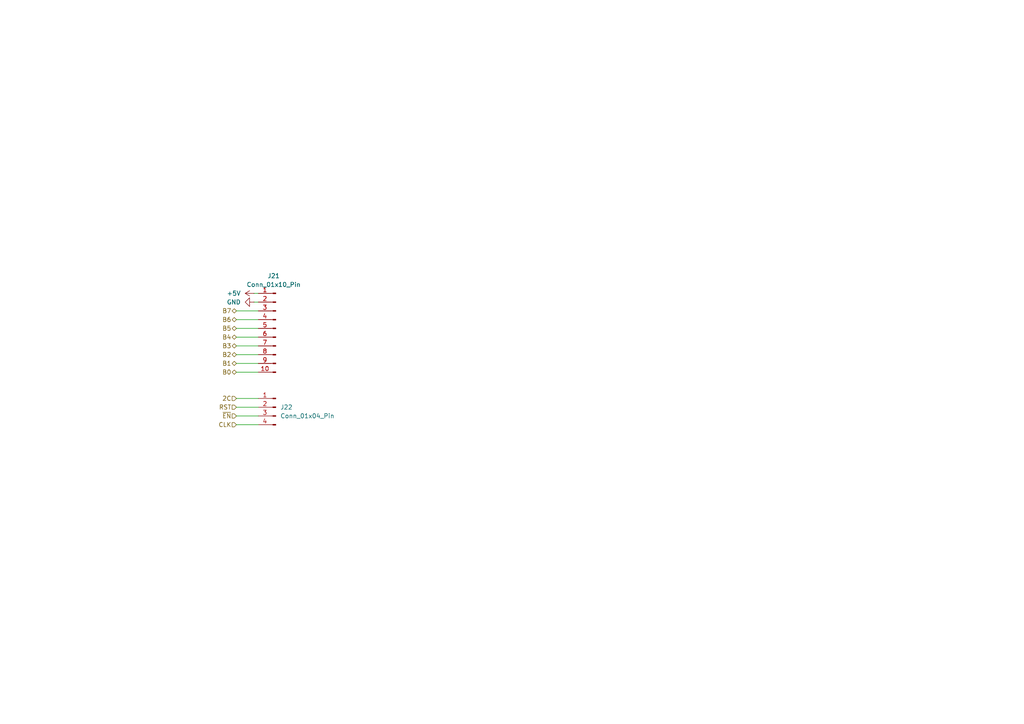
<source format=kicad_sch>
(kicad_sch (version 20231120) (generator "eeschema") (generator_version "8.0")
  (paper "A4")
  (lib_symbols
    (symbol "Connector:Conn_01x04_Pin" (pin_names (offset 1.016) hide)
      (property "Reference" "J" (at 0 5.08 0))
      (property "Value" "Conn_01x04_Pin" (at 0 -7.62 0))
      (symbol "Conn_01x04_Pin_1_1"
        (polyline (pts (xy 1.27 -5.08) (xy 0.8636 -5.08)) (stroke (width 0.1524)))
        (polyline (pts (xy 1.27 -2.54) (xy 0.8636 -2.54)) (stroke (width 0.1524)))
        (polyline (pts (xy 1.27 0) (xy 0.8636 0)) (stroke (width 0.1524)))
        (polyline (pts (xy 1.27 2.54) (xy 0.8636 2.54)) (stroke (width 0.1524)))
        (rectangle (start 0.8636 -4.953) (end 0 -5.207) (stroke (width 0.1524)) (fill (type outline)))
        (rectangle (start 0.8636 -2.413) (end 0 -2.667) (stroke (width 0.1524)) (fill (type outline)))
        (rectangle (start 0.8636 0.127) (end 0 -0.127) (stroke (width 0.1524)) (fill (type outline)))
        (rectangle (start 0.8636 2.667) (end 0 2.413) (stroke (width 0.1524)) (fill (type outline)))
        (pin passive line (at 5.08 2.54 180) (length 3.81) (name "Pin_1") (number "1"))
        (pin passive line (at 5.08 0 180) (length 3.81) (name "Pin_2") (number "2"))
        (pin passive line (at 5.08 -2.54 180) (length 3.81) (name "Pin_3") (number "3"))
        (pin passive line (at 5.08 -5.08 180) (length 3.81) (name "Pin_4") (number "4"))
      )
    )
    (symbol "Connector:Conn_01x10_Pin" (pin_names (offset 1.016) hide)
      (property "Reference" "J" (at 0 12.7 0))
      (property "Value" "Conn_01x10_Pin" (at 0 -15.24 0))
      (symbol "Conn_01x10_Pin_1_1"
        (polyline (pts (xy 1.27 -12.7) (xy 0.8636 -12.7)) (stroke (width 0.1524)))
        (polyline (pts (xy 1.27 -10.16) (xy 0.8636 -10.16)) (stroke (width 0.1524)))
        (polyline (pts (xy 1.27 -7.62) (xy 0.8636 -7.62)) (stroke (width 0.1524)))
        (polyline (pts (xy 1.27 -5.08) (xy 0.8636 -5.08)) (stroke (width 0.1524)))
        (polyline (pts (xy 1.27 -2.54) (xy 0.8636 -2.54)) (stroke (width 0.1524)))
        (polyline (pts (xy 1.27 0) (xy 0.8636 0)) (stroke (width 0.1524)))
        (polyline (pts (xy 1.27 2.54) (xy 0.8636 2.54)) (stroke (width 0.1524)))
        (polyline (pts (xy 1.27 5.08) (xy 0.8636 5.08)) (stroke (width 0.1524)))
        (polyline (pts (xy 1.27 7.62) (xy 0.8636 7.62)) (stroke (width 0.1524)))
        (polyline (pts (xy 1.27 10.16) (xy 0.8636 10.16)) (stroke (width 0.1524)))
        (rectangle (start 0.8636 -12.573) (end 0 -12.827) (stroke (width 0.1524)) (fill (type outline)))
        (rectangle (start 0.8636 -10.033) (end 0 -10.287) (stroke (width 0.1524)) (fill (type outline)))
        (rectangle (start 0.8636 -7.493) (end 0 -7.747) (stroke (width 0.1524)) (fill (type outline)))
        (rectangle (start 0.8636 -4.953) (end 0 -5.207) (stroke (width 0.1524)) (fill (type outline)))
        (rectangle (start 0.8636 -2.413) (end 0 -2.667) (stroke (width 0.1524)) (fill (type outline)))
        (rectangle (start 0.8636 0.127) (end 0 -0.127) (stroke (width 0.1524)) (fill (type outline)))
        (rectangle (start 0.8636 2.667) (end 0 2.413) (stroke (width 0.1524)) (fill (type outline)))
        (rectangle (start 0.8636 5.207) (end 0 4.953) (stroke (width 0.1524)) (fill (type outline)))
        (rectangle (start 0.8636 7.747) (end 0 7.493) (stroke (width 0.1524)) (fill (type outline)))
        (rectangle (start 0.8636 10.287) (end 0 10.033) (stroke (width 0.1524)) (fill (type outline)))
        (pin passive line (at 5.08 10.16 180) (length 3.81) (name "Pin_1") (number "1"))
        (pin passive line (at 5.08 -12.7 180) (length 3.81) (name "Pin_10") (number "10"))
        (pin passive line (at 5.08 7.62 180) (length 3.81) (name "Pin_2") (number "2"))
        (pin passive line (at 5.08 5.08 180) (length 3.81) (name "Pin_3") (number "3"))
        (pin passive line (at 5.08 2.54 180) (length 3.81) (name "Pin_4") (number "4"))
        (pin passive line (at 5.08 0 180) (length 3.81) (name "Pin_5") (number "5"))
        (pin passive line (at 5.08 -2.54 180) (length 3.81) (name "Pin_6") (number "6"))
        (pin passive line (at 5.08 -5.08 180) (length 3.81) (name "Pin_7") (number "7"))
        (pin passive line (at 5.08 -7.62 180) (length 3.81) (name "Pin_8") (number "8"))
        (pin passive line (at 5.08 -10.16 180) (length 3.81) (name "Pin_9") (number "9"))
      )
    )
    (symbol "power:+5V" (power) (pin_numbers hide) (pin_names (offset 0) hide)
      (property "Value" "+5V" (at 0 3.556 0))
      (symbol "+5V_0_1"
        (polyline (pts (xy -0.762 1.27) (xy 0 2.54)))
        (polyline (pts (xy 0 0) (xy 0 2.54)))
        (polyline (pts (xy 0 2.54) (xy 0.762 1.27)))
      )
      (symbol "+5V_1_1"
        (pin power_in line (at 0 0 90) (length 0) (name "~") (number "1"))
      )
    )
    (symbol "power:GND" (power) (pin_numbers hide) (pin_names (offset 0) hide)
      (property "Value" "GND" (at 0 -3.81 0))
      (symbol "GND_0_1"
        (polyline (pts (xy 0 0) (xy 0 -1.27) (xy 1.27 -1.27) (xy 0 -2.54) (xy -1.27 -1.27) (xy 0 -1.27)))
      )
      (symbol "GND_1_1"
        (pin power_in line (at 0 0 270) (length 0) (name "~") (number "1"))
      )
    )
  )
  (wire (pts (xy 68.58 118.11) (xy 74.93 118.11)))
  (wire (pts (xy 74.93 90.17) (xy 68.58 90.17)))
  (wire (pts (xy 74.93 107.95) (xy 68.58 107.95)))
  (wire (pts (xy 74.93 97.79) (xy 68.58 97.79)))
  (wire (pts (xy 74.93 105.41) (xy 68.58 105.41)))
  (wire (pts (xy 74.93 87.63) (xy 73.66 87.63)))
  (wire (pts (xy 74.93 92.71) (xy 68.58 92.71)))
  (wire (pts (xy 68.58 115.57) (xy 74.93 115.57)))
  (wire (pts (xy 74.93 95.25) (xy 68.58 95.25)))
  (wire (pts (xy 74.93 102.87) (xy 68.58 102.87)))
  (wire (pts (xy 68.58 123.19) (xy 74.93 123.19)))
  (wire (pts (xy 74.93 100.33) (xy 68.58 100.33)))
  (wire (pts (xy 68.58 120.65) (xy 74.93 120.65)))
  (wire (pts (xy 73.66 85.09) (xy 74.93 85.09)))
  (hierarchical_label "B1" (shape bidirectional) (at 68.58 105.41 180))
  (hierarchical_label "B5" (shape bidirectional) (at 68.58 95.25 180))
  (hierarchical_label "RST" (shape input) (at 68.58 118.11 180))
  (hierarchical_label "B2" (shape bidirectional) (at 68.58 102.87 180))
  (hierarchical_label "B4" (shape bidirectional) (at 68.58 97.79 180))
  (hierarchical_label "B0" (shape bidirectional) (at 68.58 107.95 180))
  (hierarchical_label "~{EN}" (shape input) (at 68.58 120.65 180))
  (hierarchical_label "B3" (shape bidirectional) (at 68.58 100.33 180))
  (hierarchical_label "CLK" (shape input) (at 68.58 123.19 180))
  (hierarchical_label "2C" (shape input) (at 68.58 115.57 180))
  (hierarchical_label "B6" (shape bidirectional) (at 68.58 92.71 180))
  (hierarchical_label "B7" (shape bidirectional) (at 68.58 90.17 180))
  (symbol (lib_id "Connector:Conn_01x10_Pin") (at 80.01 95.25 0) (mirror y) (unit 1)
    (property "Reference" "J21" (at 79.375 80.01 0))
    (property "Value" "Conn_01x10_Pin" (at 79.375 82.55 0))
    (property "Footprint" "Connector_PinHeader_2.54mm:PinHeader_1x10_P2.54mm_Vertical" (effects (hide yes)))
    (property "Description" "Generic connector, single row, 01x10, script generated" (effects (hide yes)))
  )
  (symbol (lib_id "power:+5V") (at 73.66 85.09 90) (mirror x) (unit 1)
    (property "Reference" "#PWR023" (effects (hide yes)))
    (property "Value" "+5V" (at 69.85 85.0899 90) (effects (justify left)))
    (property "Description" "Power symbol creates a global label with name \"+5V\"" (effects (hide yes)))
  )
  (symbol (lib_id "Connector:Conn_01x04_Pin") (at 80.01 118.11 0) (mirror y) (unit 1)
    (property "Reference" "J22" (at 81.28 118.1099 0) (effects (justify right)))
    (property "Value" "Conn_01x04_Pin" (at 81.28 120.6499 0) (effects (justify right)))
    (property "Footprint" "Connector_PinHeader_2.54mm:PinHeader_1x04_P2.54mm_Vertical" (effects (hide yes)))
    (property "Description" "Generic connector, single row, 01x04, script generated" (effects (hide yes)))
  )
  (symbol (lib_id "power:GND") (at 73.66 87.63 270) (mirror x) (unit 1)
    (property "Reference" "#PWR024" (effects (hide yes)))
    (property "Value" "GND" (at 69.85 87.6299 90) (effects (justify right)))
    (property "Description" "Power symbol creates a global label with name \"GND\" , ground" (effects (hide yes)))
  )
)
</source>
